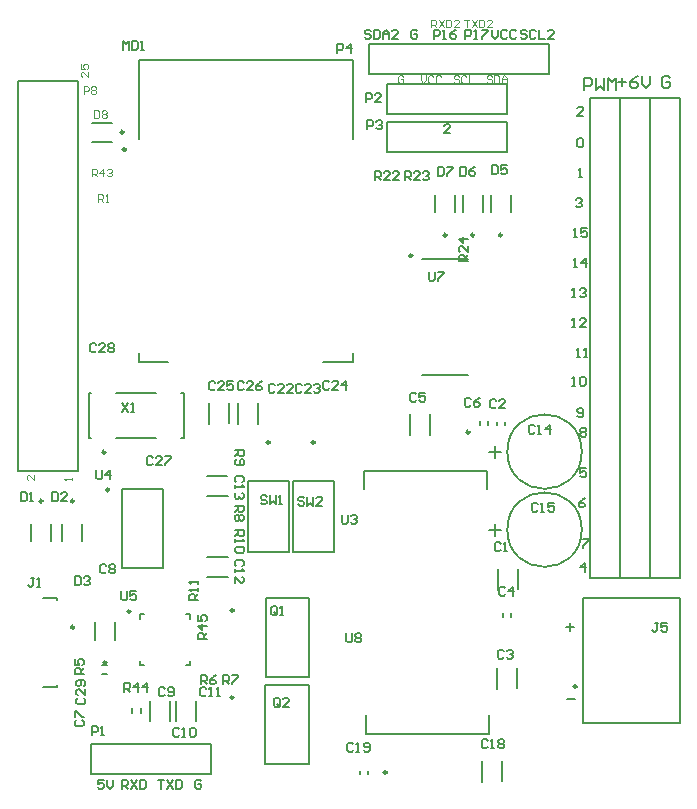
<source format=gto>
G04*
G04 #@! TF.GenerationSoftware,Altium Limited,Altium Designer,20.1.12 (249)*
G04*
G04 Layer_Color=65535*
%FSLAX25Y25*%
%MOIN*%
G70*
G04*
G04 #@! TF.SameCoordinates,D1749837-0096-4F70-BC88-1939EB490A75*
G04*
G04*
G04 #@! TF.FilePolarity,Positive*
G04*
G01*
G75*
%ADD10C,0.00787*%
%ADD11C,0.00984*%
%ADD12C,0.00600*%
%ADD13C,0.00500*%
%ADD14C,0.00400*%
%ADD15C,0.00591*%
D10*
X316480Y192000D02*
G03*
X316480Y192000I-12402J0D01*
G01*
Y218000D02*
G03*
X316480Y218000I-12402J0D01*
G01*
X285279Y226909D02*
Y228091D01*
X282720Y226909D02*
Y228091D01*
X290779Y226862D02*
Y228043D01*
X288221Y226862D02*
Y228043D01*
X168835Y348685D02*
X240094D01*
Y247898D02*
Y250752D01*
Y322248D02*
Y348685D01*
X168835Y247898D02*
X178717D01*
X230213D02*
X240094D01*
X168835D02*
Y250752D01*
Y322248D02*
Y348685D01*
X245500Y344000D02*
X305500D01*
X245500Y354000D02*
X305500D01*
X245500Y344000D02*
Y354000D01*
X305500Y344000D02*
Y354000D01*
X154283Y155354D02*
Y161260D01*
X160976Y155354D02*
Y161260D01*
X339079Y336035D02*
X349079D01*
X339079Y183535D02*
Y336035D01*
Y176035D02*
Y183535D01*
Y176035D02*
X349079D01*
Y336035D01*
X329079D02*
X339079D01*
X329079Y183535D02*
Y336035D01*
Y176035D02*
Y183535D01*
Y176035D02*
X339079D01*
Y336035D01*
X319079D02*
X329079D01*
X319079Y183535D02*
Y336035D01*
Y176035D02*
Y183535D01*
Y176035D02*
X329079D01*
Y336035D01*
X295346Y172055D02*
Y178945D01*
X288642Y172034D02*
Y178924D01*
X290220Y162909D02*
Y164091D01*
X292779Y162909D02*
Y164091D01*
X294847Y139055D02*
Y145945D01*
X288142Y139034D02*
Y145924D01*
X349142Y127453D02*
Y169185D01*
X316858D02*
X349142D01*
X316858Y127453D02*
Y169185D01*
Y127453D02*
X349142D01*
X136811Y139579D02*
X141476D01*
Y140169D01*
X136811Y169106D02*
X141476D01*
Y168516D02*
Y169106D01*
X286154Y297776D02*
Y303681D01*
X292846Y297776D02*
Y303681D01*
X276904Y297776D02*
Y303681D01*
X283596Y297776D02*
Y303681D01*
X267653Y297776D02*
Y303681D01*
X274346Y297776D02*
Y303681D01*
X291500Y330500D02*
Y340500D01*
X251500Y330500D02*
X291500D01*
X251500Y340500D02*
X291500D01*
X251500Y330500D02*
Y340500D01*
X128500Y341500D02*
X148500D01*
X128500Y211500D02*
X148500D01*
X128500D02*
Y341500D01*
X148500Y211500D02*
Y341500D01*
X284972Y205405D02*
Y211705D01*
X244028Y205405D02*
Y211705D01*
X284972D01*
X244528Y123795D02*
Y130095D01*
X285472Y123795D02*
Y130095D01*
X244528Y123795D02*
X285472D01*
X161307Y237480D02*
X174693D01*
X161307Y222520D02*
X174693D01*
X182961Y237480D02*
X183748D01*
Y222520D02*
Y237480D01*
X182961Y222520D02*
X183748D01*
X152252Y237480D02*
X153039D01*
X152252Y222520D02*
Y237480D01*
Y222520D02*
X153039D01*
X245280Y110409D02*
Y111591D01*
X242721Y110409D02*
Y111591D01*
X283142Y108034D02*
Y114924D01*
X289846Y108055D02*
Y114945D01*
X265858Y223576D02*
Y230466D01*
X259154Y223555D02*
Y230445D01*
X233890Y184689D02*
Y208311D01*
X220110D02*
X233890D01*
X220110Y184689D02*
X233890D01*
X220110D02*
Y208311D01*
X211118Y142811D02*
Y169189D01*
Y142811D02*
X225685D01*
Y169189D01*
X211118D02*
X225685D01*
X191534Y182858D02*
X198424D01*
X191555Y176154D02*
X198445D01*
X156669Y143965D02*
X158244D01*
X156669Y146721D02*
X158244D01*
X143283Y188055D02*
Y193961D01*
X149976Y188055D02*
Y193961D01*
X166669Y130961D02*
Y132535D01*
X169425Y130961D02*
Y132535D01*
X132783Y188055D02*
Y193961D01*
X139476Y188055D02*
Y193961D01*
X153000Y110500D02*
Y120500D01*
X193000D01*
X153000Y110500D02*
X193000D01*
Y120500D01*
X218890Y184689D02*
Y208311D01*
X205110D02*
X218890D01*
X205110Y184689D02*
X218890D01*
X205110D02*
Y208311D01*
X263285Y243709D02*
X278715D01*
X263285Y282291D02*
X278715D01*
X211020Y113756D02*
Y140134D01*
Y113756D02*
X225587D01*
Y140134D01*
X211020D02*
X225587D01*
X191491Y209862D02*
X198381D01*
X191512Y203157D02*
X198402D01*
X169069Y162350D02*
Y163728D01*
X170447D01*
X184620D02*
X185998D01*
Y162350D02*
Y163728D01*
Y146799D02*
Y148177D01*
X184620Y146799D02*
X185998D01*
X169069D02*
Y148177D01*
Y146799D02*
X170447D01*
X163354Y179106D02*
Y205484D01*
X176740Y179106D02*
Y205484D01*
X163354D02*
X176740D01*
X163354Y179106D02*
X176740D01*
X199031Y227387D02*
Y234277D01*
X192327Y227366D02*
Y234256D01*
X208531Y227328D02*
Y234218D01*
X201827Y227307D02*
Y234197D01*
X153154Y327650D02*
X159846D01*
X153154Y321350D02*
X159846D01*
X181189Y128054D02*
Y134944D01*
X187894Y128075D02*
Y134965D01*
X172689Y128054D02*
Y134944D01*
X179394Y128075D02*
Y134965D01*
X251500Y318000D02*
Y328000D01*
X291500D01*
X251500Y318000D02*
X291500D01*
Y328000D01*
D11*
X164504Y318705D02*
G03*
X164504Y318705I-492J0D01*
G01*
X158024Y147776D02*
G03*
X158024Y147776I-492J0D01*
G01*
X314791Y139657D02*
G03*
X314791Y139657I-492J0D01*
G01*
X147283Y159461D02*
G03*
X147283Y159461I-492J0D01*
G01*
X289894Y290197D02*
G03*
X289894Y290197I-492J0D01*
G01*
X280644D02*
G03*
X280644Y290197I-492J0D01*
G01*
X271394D02*
G03*
X271394Y290197I-492J0D01*
G01*
X166026Y164764D02*
G03*
X166026Y164764I-492J0D01*
G01*
X259976Y283374D02*
G03*
X259976Y283374I-492J0D01*
G01*
X279028Y224500D02*
G03*
X279028Y224500I-492J0D01*
G01*
X251457Y111000D02*
G03*
X251457Y111000I-492J0D01*
G01*
X157665Y217795D02*
G03*
X157665Y217795I-492J0D01*
G01*
X163784Y324500D02*
G03*
X163784Y324500I-492J0D01*
G01*
X136721Y201539D02*
G03*
X136721Y201539I-492J0D01*
G01*
X147221D02*
G03*
X147221Y201539I-492J0D01*
G01*
X227492Y221087D02*
G03*
X227492Y221087I-492J0D01*
G01*
X212492D02*
G03*
X212492Y221087I-492J0D01*
G01*
X158925Y205287D02*
G03*
X158925Y205287I-492J0D01*
G01*
X200390Y136000D02*
G03*
X200390Y136000I-492J0D01*
G01*
X200488Y165055D02*
G03*
X200488Y165055I-492J0D01*
G01*
D12*
X298099Y358099D02*
X297600Y358599D01*
X296600D01*
X296100Y358099D01*
Y357599D01*
X296600Y357100D01*
X297600D01*
X298099Y356600D01*
Y356100D01*
X297600Y355600D01*
X296600D01*
X296100Y356100D01*
X301098Y358099D02*
X300599Y358599D01*
X299599D01*
X299099Y358099D01*
Y356100D01*
X299599Y355600D01*
X300599D01*
X301098Y356100D01*
X302098Y358599D02*
Y355600D01*
X304097D01*
X307096D02*
X305097D01*
X307096Y357599D01*
Y358099D01*
X306597Y358599D01*
X305597D01*
X305097Y358099D01*
X175100Y108599D02*
X177099D01*
X176100D01*
Y105600D01*
X178099Y108599D02*
X180098Y105600D01*
Y108599D02*
X178099Y105600D01*
X181098Y108599D02*
Y105600D01*
X182598D01*
X183097Y106100D01*
Y108099D01*
X182598Y108599D01*
X181098D01*
X311600Y135499D02*
X314266D01*
X328600Y341099D02*
X331266D01*
X329933Y342432D02*
Y339766D01*
X335264Y343099D02*
X333932Y342432D01*
X332599Y341099D01*
Y339766D01*
X333265Y339100D01*
X334598D01*
X335264Y339766D01*
Y340433D01*
X334598Y341099D01*
X332599D01*
X336597Y343099D02*
Y340433D01*
X337930Y339100D01*
X339263Y340433D01*
Y343099D01*
X189599Y108099D02*
X189100Y108599D01*
X188100D01*
X187600Y108099D01*
Y106100D01*
X188100Y105600D01*
X189100D01*
X189599Y106100D01*
Y107099D01*
X188600D01*
X157099Y108599D02*
X155100D01*
Y107099D01*
X156100Y107599D01*
X156599D01*
X157099Y107099D01*
Y106100D01*
X156599Y105600D01*
X155600D01*
X155100Y106100D01*
X158099Y108599D02*
Y106600D01*
X159099Y105600D01*
X160098Y106600D01*
Y108599D01*
X277600Y355600D02*
Y358599D01*
X279099D01*
X279599Y358099D01*
Y357100D01*
X279099Y356600D01*
X277600D01*
X280599Y355600D02*
X281599D01*
X281099D01*
Y358599D01*
X280599Y358099D01*
X283098Y358599D02*
X285098D01*
Y358099D01*
X283098Y356100D01*
Y355600D01*
X267100D02*
Y358599D01*
X268600D01*
X269099Y358099D01*
Y357100D01*
X268600Y356600D01*
X267100D01*
X270099Y355600D02*
X271099D01*
X270599D01*
Y358599D01*
X270099Y358099D01*
X274598Y358599D02*
X273598Y358099D01*
X272598Y357100D01*
Y356100D01*
X273098Y355600D01*
X274098D01*
X274598Y356100D01*
Y356600D01*
X274098Y357100D01*
X272598D01*
X317100Y338600D02*
Y342599D01*
X319099D01*
X319766Y341932D01*
Y340599D01*
X319099Y339933D01*
X317100D01*
X321099Y342599D02*
Y338600D01*
X322432Y339933D01*
X323764Y338600D01*
Y342599D01*
X325097Y338600D02*
Y342599D01*
X326430Y341266D01*
X327763Y342599D01*
Y338600D01*
X286600Y358599D02*
Y356600D01*
X287600Y355600D01*
X288599Y356600D01*
Y358599D01*
X291598Y358099D02*
X291098Y358599D01*
X290099D01*
X289599Y358099D01*
Y356100D01*
X290099Y355600D01*
X291098D01*
X291598Y356100D01*
X294597Y358099D02*
X294098Y358599D01*
X293098D01*
X292598Y358099D01*
Y356100D01*
X293098Y355600D01*
X294098D01*
X294597Y356100D01*
X246099Y358099D02*
X245600Y358599D01*
X244600D01*
X244100Y358099D01*
Y357599D01*
X244600Y357100D01*
X245600D01*
X246099Y356600D01*
Y356100D01*
X245600Y355600D01*
X244600D01*
X244100Y356100D01*
X247099Y358599D02*
Y355600D01*
X248599D01*
X249098Y356100D01*
Y358099D01*
X248599Y358599D01*
X247099D01*
X250098Y355600D02*
Y357599D01*
X251098Y358599D01*
X252097Y357599D01*
Y355600D01*
Y357100D01*
X250098D01*
X255096Y355600D02*
X253097D01*
X255096Y357599D01*
Y358099D01*
X254597Y358599D01*
X253597D01*
X253097Y358099D01*
X261599D02*
X261100Y358599D01*
X260100D01*
X259600Y358099D01*
Y356100D01*
X260100Y355600D01*
X261100D01*
X261599Y356100D01*
Y357100D01*
X260600D01*
X345766Y342432D02*
X345099Y343099D01*
X343766D01*
X343100Y342432D01*
Y339766D01*
X343766Y339100D01*
X345099D01*
X345766Y339766D01*
Y341099D01*
X344433D01*
X272599Y324100D02*
X270600D01*
X272599Y326099D01*
Y326599D01*
X272099Y327099D01*
X271100D01*
X270600Y326599D01*
X163100Y105600D02*
Y108599D01*
X164600D01*
X165099Y108099D01*
Y107099D01*
X164600Y106600D01*
X163100D01*
X164100D02*
X165099Y105600D01*
X166099Y108599D02*
X168098Y105600D01*
Y108599D02*
X166099Y105600D01*
X169098Y108599D02*
Y105600D01*
X170598D01*
X171097Y106100D01*
Y108099D01*
X170598Y108599D01*
X169098D01*
X311100Y159499D02*
X313766D01*
X312433Y160832D02*
Y158167D01*
D13*
X317000Y330000D02*
X315000D01*
X317000Y332000D01*
Y332500D01*
X316500Y332999D01*
X315500D01*
X315000Y332500D01*
X314500Y302000D02*
X315000Y302500D01*
X316000D01*
X316500Y302000D01*
Y301500D01*
X316000Y301000D01*
X315500D01*
X316000D01*
X316500Y300500D01*
Y300000D01*
X316000Y299500D01*
X315000D01*
X314500Y300000D01*
X317500Y202500D02*
X316500Y202000D01*
X315500Y201000D01*
Y200000D01*
X316000Y199501D01*
X317000D01*
X317500Y200000D01*
Y200500D01*
X317000Y201000D01*
X315500D01*
X318000Y212499D02*
X316000D01*
Y211000D01*
X317000Y211500D01*
X317500D01*
X318000Y211000D01*
Y210000D01*
X317500Y209501D01*
X316500D01*
X316000Y210000D01*
X313251Y240001D02*
X314250D01*
X313751D01*
Y243000D01*
X313251Y242500D01*
X315750D02*
X316250Y243000D01*
X317249D01*
X317749Y242500D01*
Y240500D01*
X317249Y240001D01*
X316250D01*
X315750Y240500D01*
Y242500D01*
X313751Y279501D02*
X314750D01*
X314251D01*
Y282500D01*
X313751Y282000D01*
X317749Y279501D02*
Y282500D01*
X316250Y281000D01*
X318249D01*
X315500Y309501D02*
X316500D01*
X316000D01*
Y312499D01*
X315500Y312000D01*
X313751Y289500D02*
X314750D01*
X314251D01*
Y292499D01*
X313751Y292000D01*
X318249Y292499D02*
X316250D01*
Y291000D01*
X317250Y291500D01*
X317749D01*
X318249Y291000D01*
Y290000D01*
X317749Y289500D01*
X316750D01*
X316250Y290000D01*
X313251Y259501D02*
X314250D01*
X313751D01*
Y262499D01*
X313251Y262000D01*
X317749Y259501D02*
X315750D01*
X317749Y261500D01*
Y262000D01*
X317249Y262499D01*
X316250D01*
X315750Y262000D01*
X317500Y178000D02*
Y181000D01*
X316000Y179500D01*
X318000D01*
X317000Y188999D02*
X319000D01*
Y188500D01*
X317000Y186500D01*
Y186001D01*
X314751Y249500D02*
X315750D01*
X315250D01*
Y252500D01*
X314751Y252000D01*
X317250Y249500D02*
X318249D01*
X317750D01*
Y252500D01*
X317250Y252000D01*
X315000Y230000D02*
X315500Y229501D01*
X316500D01*
X317000Y230000D01*
Y232000D01*
X316500Y232500D01*
X315500D01*
X315000Y232000D01*
Y231500D01*
X315500Y231000D01*
X317000D01*
X313251Y269500D02*
X314250D01*
X313751D01*
Y272499D01*
X313251Y272000D01*
X315750D02*
X316250Y272499D01*
X317249D01*
X317749Y272000D01*
Y271500D01*
X317249Y271000D01*
X316750D01*
X317249D01*
X317749Y270500D01*
Y270000D01*
X317249Y269500D01*
X316250D01*
X315750Y270000D01*
X315000Y322000D02*
X315500Y322499D01*
X316500D01*
X317000Y322000D01*
Y320000D01*
X316500Y319500D01*
X315500D01*
X315000Y320000D01*
Y322000D01*
X316000Y225500D02*
X316500Y225999D01*
X317500D01*
X318000Y225500D01*
Y225000D01*
X317500Y224500D01*
X318000Y224000D01*
Y223500D01*
X317500Y223001D01*
X316500D01*
X316000Y223500D01*
Y224000D01*
X316500Y224500D01*
X316000Y225000D01*
Y225500D01*
X316500Y224500D02*
X317500D01*
X279500Y235500D02*
X279000Y235999D01*
X278001D01*
X277501Y235500D01*
Y233500D01*
X278001Y233000D01*
X279000D01*
X279500Y233500D01*
X282499Y235999D02*
X281500Y235500D01*
X280500Y234500D01*
Y233500D01*
X281000Y233000D01*
X281999D01*
X282499Y233500D01*
Y234000D01*
X281999Y234500D01*
X280500D01*
X301751Y200500D02*
X301251Y200999D01*
X300251D01*
X299751Y200500D01*
Y198500D01*
X300251Y198001D01*
X301251D01*
X301751Y198500D01*
X302750Y198001D02*
X303750D01*
X303250D01*
Y200999D01*
X302750Y200500D01*
X307249Y200999D02*
X305249D01*
Y199500D01*
X306249Y200000D01*
X306749D01*
X307249Y199500D01*
Y198500D01*
X306749Y198001D01*
X305749D01*
X305249Y198500D01*
X300751Y226500D02*
X300251Y226999D01*
X299251D01*
X298751Y226500D01*
Y224500D01*
X299251Y224001D01*
X300251D01*
X300751Y224500D01*
X301750Y224001D02*
X302750D01*
X302250D01*
Y226999D01*
X301750Y226500D01*
X305749Y224001D02*
Y226999D01*
X304249Y225500D01*
X306249D01*
X163001Y171500D02*
Y169000D01*
X163501Y168500D01*
X164500D01*
X165000Y169000D01*
Y171500D01*
X167999D02*
X166000D01*
Y170000D01*
X166999Y170500D01*
X167499D01*
X167999Y170000D01*
Y169000D01*
X167499Y168500D01*
X166500D01*
X166000Y169000D01*
X163327Y234299D02*
X165327Y231300D01*
Y234299D02*
X163327Y231300D01*
X166326D02*
X167326D01*
X166826D01*
Y234299D01*
X166326Y233799D01*
X238001Y157500D02*
Y155000D01*
X238501Y154500D01*
X239500D01*
X240000Y155000D01*
Y157500D01*
X241000Y157000D02*
X241500Y157500D01*
X242499D01*
X242999Y157000D01*
Y156500D01*
X242499Y156000D01*
X242999Y155500D01*
Y155000D01*
X242499Y154500D01*
X241500D01*
X241000Y155000D01*
Y155500D01*
X241500Y156000D01*
X241000Y156500D01*
Y157000D01*
X241500Y156000D02*
X242499D01*
X265501Y277999D02*
Y275500D01*
X266001Y275001D01*
X267000D01*
X267500Y275500D01*
Y277999D01*
X268500D02*
X270499D01*
Y277500D01*
X268500Y275500D01*
Y275001D01*
X154700Y211799D02*
Y209300D01*
X155200Y208800D01*
X156200D01*
X156699Y209300D01*
Y211799D01*
X159199Y208800D02*
Y211799D01*
X157699Y210299D01*
X159698D01*
X236501Y197000D02*
Y194500D01*
X237001Y194000D01*
X238000D01*
X238500Y194500D01*
Y197000D01*
X239500Y196500D02*
X240000Y197000D01*
X240999D01*
X241499Y196500D01*
Y196000D01*
X240999Y195500D01*
X240499D01*
X240999D01*
X241499Y195000D01*
Y194500D01*
X240999Y194000D01*
X240000D01*
X239500Y194500D01*
X224001Y202500D02*
X223501Y202999D01*
X222501D01*
X222001Y202500D01*
Y202000D01*
X222501Y201500D01*
X223501D01*
X224001Y201000D01*
Y200500D01*
X223501Y200001D01*
X222501D01*
X222001Y200500D01*
X225000Y202999D02*
Y200001D01*
X226000Y201000D01*
X227000Y200001D01*
Y202999D01*
X229999Y200001D02*
X227999D01*
X229999Y202000D01*
Y202500D01*
X229499Y202999D01*
X228499D01*
X227999Y202500D01*
X211501Y203000D02*
X211001Y203500D01*
X210001D01*
X209501Y203000D01*
Y202500D01*
X210001Y202000D01*
X211001D01*
X211501Y201500D01*
Y201000D01*
X211001Y200500D01*
X210001D01*
X209501Y201000D01*
X212500Y203500D02*
Y200500D01*
X213500Y201500D01*
X214499Y200500D01*
Y203500D01*
X215499Y200500D02*
X216499D01*
X215999D01*
Y203500D01*
X215499Y203000D01*
X191499Y155501D02*
X188500D01*
Y157001D01*
X189000Y157501D01*
X190000D01*
X190500Y157001D01*
Y155501D01*
Y156501D02*
X191499Y157501D01*
Y160000D02*
X188500D01*
X190000Y158500D01*
Y160500D01*
X188500Y163499D02*
Y161499D01*
X190000D01*
X189500Y162499D01*
Y162999D01*
X190000Y163499D01*
X191000D01*
X191499Y162999D01*
Y161999D01*
X191000Y161499D01*
X164049Y138020D02*
Y141019D01*
X165548D01*
X166048Y140519D01*
Y139520D01*
X165548Y139020D01*
X164049D01*
X165048D02*
X166048Y138020D01*
X168547D02*
Y141019D01*
X167048Y139520D01*
X169047D01*
X171546Y138020D02*
Y141019D01*
X170047Y139520D01*
X172046D01*
X278500Y281501D02*
X275500D01*
Y283001D01*
X276000Y283501D01*
X277000D01*
X277500Y283001D01*
Y281501D01*
Y282501D02*
X278500Y283501D01*
Y286500D02*
Y284500D01*
X276500Y286500D01*
X276000D01*
X275500Y286000D01*
Y285000D01*
X276000Y284500D01*
X278500Y288999D02*
X275500D01*
X277000Y287499D01*
Y289499D01*
X257501Y308501D02*
Y311500D01*
X259001D01*
X259501Y311000D01*
Y310000D01*
X259001Y309500D01*
X257501D01*
X258501D02*
X259501Y308501D01*
X262500D02*
X260500D01*
X262500Y310500D01*
Y311000D01*
X262000Y311500D01*
X261000D01*
X260500Y311000D01*
X263499D02*
X263999Y311500D01*
X264999D01*
X265499Y311000D01*
Y310500D01*
X264999Y310000D01*
X264499D01*
X264999D01*
X265499Y309500D01*
Y309000D01*
X264999Y308501D01*
X263999D01*
X263499Y309000D01*
X247501Y308501D02*
Y311500D01*
X249001D01*
X249501Y311000D01*
Y310000D01*
X249001Y309500D01*
X247501D01*
X248501D02*
X249501Y308501D01*
X252500D02*
X250500D01*
X252500Y310500D01*
Y311000D01*
X252000Y311500D01*
X251000D01*
X250500Y311000D01*
X255499Y308501D02*
X253499D01*
X255499Y310500D01*
Y311000D01*
X254999Y311500D01*
X253999D01*
X253499Y311000D01*
X188728Y168424D02*
X185729D01*
Y169924D01*
X186229Y170424D01*
X187228D01*
X187728Y169924D01*
Y168424D01*
Y169424D02*
X188728Y170424D01*
Y171423D02*
Y172423D01*
Y171923D01*
X185729D01*
X186229Y171423D01*
X188728Y173923D02*
Y174922D01*
Y174422D01*
X185729D01*
X186229Y173923D01*
X201060Y191749D02*
X204059D01*
Y190249D01*
X203559Y189749D01*
X202559D01*
X202059Y190249D01*
Y191749D01*
Y190749D02*
X201060Y189749D01*
Y188750D02*
Y187750D01*
Y188250D01*
X204059D01*
X203559Y188750D01*
Y186251D02*
X204059Y185751D01*
Y184751D01*
X203559Y184251D01*
X201559D01*
X201060Y184751D01*
Y185751D01*
X201559Y186251D01*
X203559D01*
X200914Y218503D02*
X203913D01*
Y217004D01*
X203413Y216504D01*
X202413D01*
X201914Y217004D01*
Y218503D01*
Y217503D02*
X200914Y216504D01*
X201414Y215504D02*
X200914Y215004D01*
Y214005D01*
X201414Y213505D01*
X203413D01*
X203913Y214005D01*
Y215004D01*
X203413Y215504D01*
X202913D01*
X202413Y215004D01*
Y213505D01*
X200819Y199999D02*
X203818D01*
Y198500D01*
X203319Y198000D01*
X202319D01*
X201819Y198500D01*
Y199999D01*
Y199000D02*
X200819Y198000D01*
X203319Y197000D02*
X203818Y196500D01*
Y195501D01*
X203319Y195001D01*
X202819D01*
X202319Y195501D01*
X201819Y195001D01*
X201319D01*
X200819Y195501D01*
Y196500D01*
X201319Y197000D01*
X201819D01*
X202319Y196500D01*
X202819Y197000D01*
X203319D01*
X202319Y196500D02*
Y195501D01*
X197001Y140500D02*
Y143500D01*
X198500D01*
X199000Y143000D01*
Y142000D01*
X198500Y141500D01*
X197001D01*
X198001D02*
X199000Y140500D01*
X200000Y143500D02*
X201999D01*
Y143000D01*
X200000Y141000D01*
Y140500D01*
X189501D02*
Y143500D01*
X191000D01*
X191500Y143000D01*
Y142000D01*
X191000Y141500D01*
X189501D01*
X190500D02*
X191500Y140500D01*
X194499Y143500D02*
X193500Y143000D01*
X192500Y142000D01*
Y141000D01*
X193000Y140500D01*
X193999D01*
X194499Y141000D01*
Y141500D01*
X193999Y142000D01*
X192500D01*
X150456Y143843D02*
X147457D01*
Y145343D01*
X147957Y145843D01*
X148957D01*
X149457Y145343D01*
Y143843D01*
Y144843D02*
X150456Y145843D01*
X147457Y148842D02*
Y146842D01*
X148957D01*
X148457Y147842D01*
Y148342D01*
X148957Y148842D01*
X149956D01*
X150456Y148342D01*
Y147342D01*
X149956Y146842D01*
X215803Y133504D02*
Y135504D01*
X215303Y136003D01*
X214304D01*
X213804Y135504D01*
Y133504D01*
X214304Y133004D01*
X215303D01*
X214804Y134004D02*
X215803Y133004D01*
X215303D02*
X215803Y133504D01*
X218802Y133004D02*
X216803D01*
X218802Y135004D01*
Y135504D01*
X218302Y136003D01*
X217303D01*
X216803Y135504D01*
X215000Y164000D02*
Y166000D01*
X214500Y166499D01*
X213500D01*
X213001Y166000D01*
Y164000D01*
X213500Y163500D01*
X214500D01*
X214000Y164500D02*
X215000Y163500D01*
X214500D02*
X215000Y164000D01*
X216000Y163500D02*
X216999D01*
X216499D01*
Y166499D01*
X216000Y166000D01*
X235001Y351000D02*
Y353999D01*
X236500D01*
X237000Y353500D01*
Y352500D01*
X236500Y352000D01*
X235001D01*
X239499Y351000D02*
Y353999D01*
X238000Y352500D01*
X239999D01*
X245001Y325500D02*
Y328500D01*
X246500D01*
X247000Y328000D01*
Y327000D01*
X246500Y326500D01*
X245001D01*
X248000Y328000D02*
X248500Y328500D01*
X249499D01*
X249999Y328000D01*
Y327500D01*
X249499Y327000D01*
X249000D01*
X249499D01*
X249999Y326500D01*
Y326000D01*
X249499Y325500D01*
X248500D01*
X248000Y326000D01*
X244501Y334501D02*
Y337499D01*
X246000D01*
X246500Y337000D01*
Y336000D01*
X246000Y335500D01*
X244501D01*
X249499Y334501D02*
X247500D01*
X249499Y336500D01*
Y337000D01*
X248999Y337499D01*
X248000D01*
X247500Y337000D01*
X153100Y123400D02*
Y126399D01*
X154599D01*
X155099Y125899D01*
Y124899D01*
X154599Y124400D01*
X153100D01*
X156099Y123400D02*
X157099D01*
X156599D01*
Y126399D01*
X156099Y125899D01*
X163500Y352000D02*
Y354999D01*
X164500Y353999D01*
X165499Y354999D01*
Y352000D01*
X166499Y354999D02*
Y352000D01*
X167999D01*
X168498Y352500D01*
Y354499D01*
X167999Y354999D01*
X166499D01*
X169498Y352000D02*
X170498D01*
X169998D01*
Y354999D01*
X169498Y354499D01*
X342000Y161000D02*
X341001D01*
X341500D01*
Y158500D01*
X341001Y158001D01*
X340501D01*
X340001Y158500D01*
X344999Y161000D02*
X343000D01*
Y159500D01*
X344000Y160000D01*
X344499D01*
X344999Y159500D01*
Y158500D01*
X344499Y158001D01*
X343500D01*
X343000Y158500D01*
X134000Y175999D02*
X133000D01*
X133500D01*
Y173500D01*
X133000Y173001D01*
X132501D01*
X132001Y173500D01*
X135000Y173001D02*
X135999D01*
X135500D01*
Y175999D01*
X135000Y175500D01*
X268501Y313000D02*
Y310000D01*
X270000D01*
X270500Y310500D01*
Y312500D01*
X270000Y313000D01*
X268501D01*
X271500D02*
X273499D01*
Y312500D01*
X271500Y310500D01*
Y310000D01*
X276001Y313000D02*
Y310000D01*
X277500D01*
X278000Y310500D01*
Y312500D01*
X277500Y313000D01*
X276001D01*
X280999D02*
X279999Y312500D01*
X279000Y311500D01*
Y310500D01*
X279500Y310000D01*
X280499D01*
X280999Y310500D01*
Y311000D01*
X280499Y311500D01*
X279000D01*
X286501Y313499D02*
Y310501D01*
X288000D01*
X288500Y311000D01*
Y313000D01*
X288000Y313499D01*
X286501D01*
X291499D02*
X289500D01*
Y312000D01*
X290499Y312500D01*
X290999D01*
X291499Y312000D01*
Y311000D01*
X290999Y310501D01*
X290000D01*
X289500Y311000D01*
X147501Y176499D02*
Y173501D01*
X149000D01*
X149500Y174000D01*
Y176000D01*
X149000Y176499D01*
X147501D01*
X150500Y176000D02*
X151000Y176499D01*
X151999D01*
X152499Y176000D01*
Y175500D01*
X151999Y175000D01*
X151499D01*
X151999D01*
X152499Y174500D01*
Y174000D01*
X151999Y173501D01*
X151000D01*
X150500Y174000D01*
X140001Y204500D02*
Y201501D01*
X141500D01*
X142000Y202000D01*
Y204000D01*
X141500Y204500D01*
X140001D01*
X144999Y201501D02*
X143000D01*
X144999Y203500D01*
Y204000D01*
X144499Y204500D01*
X143500D01*
X143000Y204000D01*
X129501Y204500D02*
Y201501D01*
X131000D01*
X131500Y202000D01*
Y204000D01*
X131000Y204500D01*
X129501D01*
X132500Y201501D02*
X133499D01*
X133000D01*
Y204500D01*
X132500Y204000D01*
X148410Y135843D02*
X147910Y135343D01*
Y134344D01*
X148410Y133844D01*
X150409D01*
X150909Y134344D01*
Y135343D01*
X150409Y135843D01*
X150909Y138842D02*
Y136843D01*
X148910Y138842D01*
X148410D01*
X147910Y138342D01*
Y137343D01*
X148410Y136843D01*
X150409Y139842D02*
X150909Y140342D01*
Y141341D01*
X150409Y141841D01*
X148410D01*
X147910Y141341D01*
Y140342D01*
X148410Y139842D01*
X148910D01*
X149409Y140342D01*
Y141841D01*
X154599Y253599D02*
X154100Y254099D01*
X153100D01*
X152600Y253599D01*
Y251600D01*
X153100Y251100D01*
X154100D01*
X154599Y251600D01*
X157598Y251100D02*
X155599D01*
X157598Y253099D01*
Y253599D01*
X157099Y254099D01*
X156099D01*
X155599Y253599D01*
X158598D02*
X159098Y254099D01*
X160098D01*
X160597Y253599D01*
Y253099D01*
X160098Y252600D01*
X160597Y252100D01*
Y251600D01*
X160098Y251100D01*
X159098D01*
X158598Y251600D01*
Y252100D01*
X159098Y252600D01*
X158598Y253099D01*
Y253599D01*
X159098Y252600D02*
X160098D01*
X173501Y216000D02*
X173001Y216499D01*
X172001D01*
X171501Y216000D01*
Y214000D01*
X172001Y213500D01*
X173001D01*
X173501Y214000D01*
X176500Y213500D02*
X174500D01*
X176500Y215500D01*
Y216000D01*
X176000Y216499D01*
X175000D01*
X174500Y216000D01*
X177499Y216499D02*
X179499D01*
Y216000D01*
X177499Y214000D01*
Y213500D01*
X203899Y240899D02*
X203399Y241399D01*
X202400D01*
X201900Y240899D01*
Y238900D01*
X202400Y238400D01*
X203399D01*
X203899Y238900D01*
X206898Y238400D02*
X204899D01*
X206898Y240399D01*
Y240899D01*
X206399Y241399D01*
X205399D01*
X204899Y240899D01*
X209897Y241399D02*
X208898Y240899D01*
X207898Y239899D01*
Y238900D01*
X208398Y238400D01*
X209398D01*
X209897Y238900D01*
Y239400D01*
X209398Y239899D01*
X207898D01*
X194399Y240899D02*
X193900Y241399D01*
X192900D01*
X192400Y240899D01*
Y238900D01*
X192900Y238400D01*
X193900D01*
X194399Y238900D01*
X197398Y238400D02*
X195399D01*
X197398Y240399D01*
Y240899D01*
X196899Y241399D01*
X195899D01*
X195399Y240899D01*
X200397Y241399D02*
X198398D01*
Y239899D01*
X199398Y240399D01*
X199898D01*
X200397Y239899D01*
Y238900D01*
X199898Y238400D01*
X198898D01*
X198398Y238900D01*
X232399Y241199D02*
X231899Y241699D01*
X230900D01*
X230400Y241199D01*
Y239200D01*
X230900Y238700D01*
X231899D01*
X232399Y239200D01*
X235398Y238700D02*
X233399D01*
X235398Y240699D01*
Y241199D01*
X234898Y241699D01*
X233899D01*
X233399Y241199D01*
X237898Y238700D02*
Y241699D01*
X236398Y240199D01*
X238397D01*
X223199Y240199D02*
X222699Y240699D01*
X221700D01*
X221200Y240199D01*
Y238200D01*
X221700Y237700D01*
X222699D01*
X223199Y238200D01*
X226198Y237700D02*
X224199D01*
X226198Y239699D01*
Y240199D01*
X225698Y240699D01*
X224699D01*
X224199Y240199D01*
X227198D02*
X227698Y240699D01*
X228698D01*
X229197Y240199D01*
Y239699D01*
X228698Y239199D01*
X228198D01*
X228698D01*
X229197Y238700D01*
Y238200D01*
X228698Y237700D01*
X227698D01*
X227198Y238200D01*
X214199Y240199D02*
X213700Y240699D01*
X212700D01*
X212200Y240199D01*
Y238200D01*
X212700Y237700D01*
X213700D01*
X214199Y238200D01*
X217198Y237700D02*
X215199D01*
X217198Y239699D01*
Y240199D01*
X216699Y240699D01*
X215699D01*
X215199Y240199D01*
X220197Y237700D02*
X218198D01*
X220197Y239699D01*
Y240199D01*
X219698Y240699D01*
X218698D01*
X218198Y240199D01*
X240295Y120399D02*
X239795Y120899D01*
X238795D01*
X238295Y120399D01*
Y118400D01*
X238795Y117900D01*
X239795D01*
X240295Y118400D01*
X241294Y117900D02*
X242294D01*
X241794D01*
Y120899D01*
X241294Y120399D01*
X243794Y118400D02*
X244293Y117900D01*
X245293D01*
X245793Y118400D01*
Y120399D01*
X245293Y120899D01*
X244293D01*
X243794Y120399D01*
Y119899D01*
X244293Y119399D01*
X245793D01*
X285199Y121599D02*
X284700Y122099D01*
X283700D01*
X283200Y121599D01*
Y119600D01*
X283700Y119100D01*
X284700D01*
X285199Y119600D01*
X286199Y119100D02*
X287199D01*
X286699D01*
Y122099D01*
X286199Y121599D01*
X288698D02*
X289198Y122099D01*
X290198D01*
X290698Y121599D01*
Y121099D01*
X290198Y120599D01*
X290698Y120100D01*
Y119600D01*
X290198Y119100D01*
X289198D01*
X288698Y119600D01*
Y120100D01*
X289198Y120599D01*
X288698Y121099D01*
Y121599D01*
X289198Y120599D02*
X290198D01*
X203275Y207812D02*
X203775Y208312D01*
Y209312D01*
X203275Y209812D01*
X201276D01*
X200776Y209312D01*
Y208312D01*
X201276Y207812D01*
X200776Y206813D02*
Y205813D01*
Y206313D01*
X203775D01*
X203275Y206813D01*
Y204313D02*
X203775Y203814D01*
Y202814D01*
X203275Y202314D01*
X202775D01*
X202276Y202814D01*
Y203314D01*
Y202814D01*
X201776Y202314D01*
X201276D01*
X200776Y202814D01*
Y203814D01*
X201276Y204313D01*
X203319Y179808D02*
X203818Y180308D01*
Y181308D01*
X203319Y181808D01*
X201319D01*
X200819Y181308D01*
Y180308D01*
X201319Y179808D01*
X200819Y178809D02*
Y177809D01*
Y178309D01*
X203818D01*
X203319Y178809D01*
X200819Y174310D02*
Y176310D01*
X202819Y174310D01*
X203319D01*
X203818Y174810D01*
Y175810D01*
X203319Y176310D01*
X191250Y139000D02*
X190751Y139499D01*
X189751D01*
X189251Y139000D01*
Y137000D01*
X189751Y136501D01*
X190751D01*
X191250Y137000D01*
X192250Y136501D02*
X193250D01*
X192750D01*
Y139499D01*
X192250Y139000D01*
X194749Y136501D02*
X195749D01*
X195249D01*
Y139499D01*
X194749Y139000D01*
X182251Y125500D02*
X181751Y125999D01*
X180751D01*
X180251Y125500D01*
Y123500D01*
X180751Y123001D01*
X181751D01*
X182251Y123500D01*
X183250Y123001D02*
X184250D01*
X183750D01*
Y125999D01*
X183250Y125500D01*
X185749D02*
X186249Y125999D01*
X187249D01*
X187749Y125500D01*
Y123500D01*
X187249Y123001D01*
X186249D01*
X185749Y123500D01*
Y125500D01*
X177500Y139000D02*
X177000Y139499D01*
X176001D01*
X175501Y139000D01*
Y137000D01*
X176001Y136501D01*
X177000D01*
X177500Y137000D01*
X178500D02*
X179000Y136501D01*
X179999D01*
X180499Y137000D01*
Y139000D01*
X179999Y139499D01*
X179000D01*
X178500Y139000D01*
Y138500D01*
X179000Y138000D01*
X180499D01*
X158000Y180000D02*
X157500Y180499D01*
X156501D01*
X156001Y180000D01*
Y178000D01*
X156501Y177500D01*
X157500D01*
X158000Y178000D01*
X159000Y180000D02*
X159500Y180499D01*
X160499D01*
X160999Y180000D01*
Y179500D01*
X160499Y179000D01*
X160999Y178500D01*
Y178000D01*
X160499Y177500D01*
X159500D01*
X159000Y178000D01*
Y178500D01*
X159500Y179000D01*
X159000Y179500D01*
Y180000D01*
X159500Y179000D02*
X160499D01*
X147961Y128500D02*
X147461Y128000D01*
Y127001D01*
X147961Y126501D01*
X149960D01*
X150460Y127001D01*
Y128000D01*
X149960Y128500D01*
X147461Y129500D02*
Y131499D01*
X147961D01*
X149960Y129500D01*
X150460D01*
X261299Y237099D02*
X260800Y237599D01*
X259800D01*
X259300Y237099D01*
Y235100D01*
X259800Y234600D01*
X260800D01*
X261299Y235100D01*
X264298Y237599D02*
X262299D01*
Y236100D01*
X263299Y236599D01*
X263798D01*
X264298Y236100D01*
Y235100D01*
X263798Y234600D01*
X262799D01*
X262299Y235100D01*
X291000Y172500D02*
X290500Y173000D01*
X289501D01*
X289001Y172500D01*
Y170500D01*
X289501Y170001D01*
X290500D01*
X291000Y170500D01*
X293499Y170001D02*
Y173000D01*
X292000Y171500D01*
X293999D01*
X290500Y151500D02*
X290000Y151999D01*
X289001D01*
X288501Y151500D01*
Y149500D01*
X289001Y149001D01*
X290000D01*
X290500Y149500D01*
X291500Y151500D02*
X292000Y151999D01*
X292999D01*
X293499Y151500D01*
Y151000D01*
X292999Y150500D01*
X292499D01*
X292999D01*
X293499Y150000D01*
Y149500D01*
X292999Y149001D01*
X292000D01*
X291500Y149500D01*
X288000Y235000D02*
X287500Y235500D01*
X286501D01*
X286001Y235000D01*
Y233000D01*
X286501Y232501D01*
X287500D01*
X288000Y233000D01*
X290999Y232501D02*
X289000D01*
X290999Y234500D01*
Y235000D01*
X290499Y235500D01*
X289500D01*
X289000Y235000D01*
X289500Y187362D02*
X289000Y187862D01*
X288000D01*
X287501Y187362D01*
Y185363D01*
X288000Y184863D01*
X289000D01*
X289500Y185363D01*
X290500Y184863D02*
X291499D01*
X291000D01*
Y187862D01*
X290500Y187362D01*
D14*
X257066Y342983D02*
X256650Y343399D01*
X255817D01*
X255400Y342983D01*
Y341317D01*
X255817Y340900D01*
X256650D01*
X257066Y341317D01*
Y342150D01*
X256233D01*
X262900Y343399D02*
Y341733D01*
X263733Y340900D01*
X264566Y341733D01*
Y343399D01*
X267065Y342983D02*
X266649Y343399D01*
X265816D01*
X265399Y342983D01*
Y341317D01*
X265816Y340900D01*
X266649D01*
X267065Y341317D01*
X269565Y342983D02*
X269148Y343399D01*
X268315D01*
X267898Y342983D01*
Y341317D01*
X268315Y340900D01*
X269148D01*
X269565Y341317D01*
X277400Y361899D02*
X279066D01*
X278233D01*
Y359400D01*
X279899Y361899D02*
X281565Y359400D01*
Y361899D02*
X279899Y359400D01*
X282398Y361899D02*
Y359400D01*
X283648D01*
X284065Y359817D01*
Y361483D01*
X283648Y361899D01*
X282398D01*
X286564Y359400D02*
X284898D01*
X286564Y361066D01*
Y361483D01*
X286147Y361899D01*
X285314D01*
X284898Y361483D01*
X266400Y359400D02*
Y361899D01*
X267650D01*
X268066Y361483D01*
Y360650D01*
X267650Y360233D01*
X266400D01*
X267233D02*
X268066Y359400D01*
X268899Y361899D02*
X270565Y359400D01*
Y361899D02*
X268899Y359400D01*
X271398Y361899D02*
Y359400D01*
X272648D01*
X273064Y359817D01*
Y361483D01*
X272648Y361899D01*
X271398D01*
X275564Y359400D02*
X273898D01*
X275564Y361066D01*
Y361483D01*
X275147Y361899D01*
X274314D01*
X273898Y361483D01*
X275566Y342983D02*
X275150Y343399D01*
X274317D01*
X273900Y342983D01*
Y342566D01*
X274317Y342150D01*
X275150D01*
X275566Y341733D01*
Y341317D01*
X275150Y340900D01*
X274317D01*
X273900Y341317D01*
X278065Y342983D02*
X277649Y343399D01*
X276816D01*
X276399Y342983D01*
Y341317D01*
X276816Y340900D01*
X277649D01*
X278065Y341317D01*
X278898Y343399D02*
Y340900D01*
X280564D01*
X286566Y342983D02*
X286150Y343399D01*
X285316D01*
X284900Y342983D01*
Y342566D01*
X285316Y342150D01*
X286150D01*
X286566Y341733D01*
Y341317D01*
X286150Y340900D01*
X285316D01*
X284900Y341317D01*
X287399Y343399D02*
Y340900D01*
X288649D01*
X289065Y341317D01*
Y342983D01*
X288649Y343399D01*
X287399D01*
X289898Y340900D02*
Y342566D01*
X290731Y343399D01*
X291564Y342566D01*
Y340900D01*
Y342150D01*
X289898D01*
X134000Y210166D02*
Y208500D01*
X132334Y210166D01*
X131917D01*
X131501Y209750D01*
Y208916D01*
X131917Y208500D01*
X146500D02*
Y209333D01*
Y208916D01*
X144001D01*
X144417Y208500D01*
X152000Y344666D02*
Y343000D01*
X150334Y344666D01*
X149917D01*
X149501Y344250D01*
Y343417D01*
X149917Y343000D01*
X149501Y347165D02*
Y345499D01*
X150750D01*
X150334Y346332D01*
Y346749D01*
X150750Y347165D01*
X151584D01*
X152000Y346749D01*
Y345916D01*
X151584Y345499D01*
X150417Y337250D02*
Y339750D01*
X151667D01*
X152084Y339333D01*
Y338500D01*
X151667Y338084D01*
X150417D01*
X152917Y339333D02*
X153333Y339750D01*
X154166D01*
X154583Y339333D01*
Y338916D01*
X154166Y338500D01*
X154583Y338084D01*
Y337667D01*
X154166Y337250D01*
X153333D01*
X152917Y337667D01*
Y338084D01*
X153333Y338500D01*
X152917Y338916D01*
Y339333D01*
X153333Y338500D02*
X154166D01*
X153168Y309750D02*
Y312250D01*
X154417D01*
X154834Y311833D01*
Y311000D01*
X154417Y310583D01*
X153168D01*
X154001D02*
X154834Y309750D01*
X156916D02*
Y312250D01*
X155667Y311000D01*
X157333D01*
X158166Y311833D02*
X158583Y312250D01*
X159416D01*
X159832Y311833D01*
Y311417D01*
X159416Y311000D01*
X158999D01*
X159416D01*
X159832Y310583D01*
Y310167D01*
X159416Y309750D01*
X158583D01*
X158166Y310167D01*
X155334Y301250D02*
Y303750D01*
X156583D01*
X157000Y303333D01*
Y302500D01*
X156583Y302083D01*
X155334D01*
X156167D02*
X157000Y301250D01*
X157833D02*
X158666D01*
X158250D01*
Y303750D01*
X157833Y303333D01*
X153917Y331750D02*
Y329250D01*
X155167D01*
X155584Y329667D01*
Y331333D01*
X155167Y331750D01*
X153917D01*
X156416Y331333D02*
X156833Y331750D01*
X157666D01*
X158083Y331333D01*
Y330917D01*
X157666Y330500D01*
X158083Y330083D01*
Y329667D01*
X157666Y329250D01*
X156833D01*
X156416Y329667D01*
Y330083D01*
X156833Y330500D01*
X156416Y330917D01*
Y331333D01*
X156833Y330500D02*
X157666D01*
D15*
X285576Y191999D02*
X289512D01*
X287544Y193967D02*
Y190031D01*
X285576Y217999D02*
X289512D01*
X287544Y219967D02*
Y216031D01*
M02*

</source>
